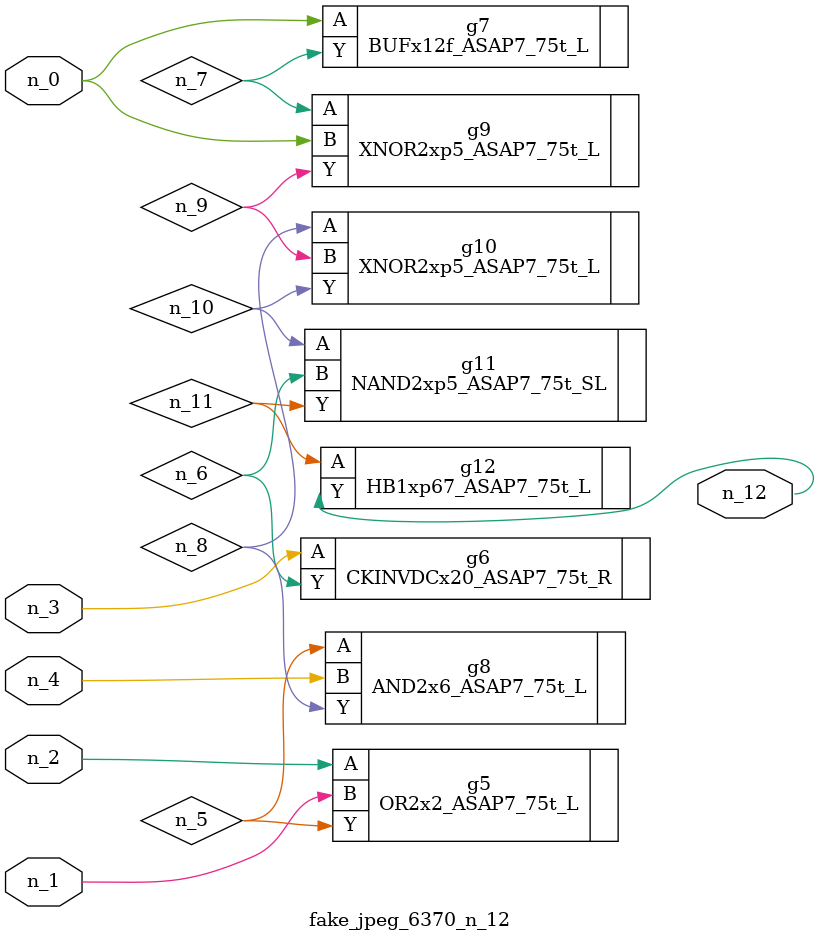
<source format=v>
module fake_jpeg_6370_n_12 (n_3, n_2, n_1, n_0, n_4, n_12);

input n_3;
input n_2;
input n_1;
input n_0;
input n_4;

output n_12;

wire n_11;
wire n_10;
wire n_8;
wire n_9;
wire n_6;
wire n_5;
wire n_7;

OR2x2_ASAP7_75t_L g5 ( 
.A(n_2),
.B(n_1),
.Y(n_5)
);

CKINVDCx20_ASAP7_75t_R g6 ( 
.A(n_3),
.Y(n_6)
);

BUFx12f_ASAP7_75t_L g7 ( 
.A(n_0),
.Y(n_7)
);

AND2x6_ASAP7_75t_L g8 ( 
.A(n_5),
.B(n_4),
.Y(n_8)
);

XNOR2xp5_ASAP7_75t_L g10 ( 
.A(n_8),
.B(n_9),
.Y(n_10)
);

XNOR2xp5_ASAP7_75t_L g9 ( 
.A(n_7),
.B(n_0),
.Y(n_9)
);

NAND2xp5_ASAP7_75t_SL g11 ( 
.A(n_10),
.B(n_6),
.Y(n_11)
);

HB1xp67_ASAP7_75t_L g12 ( 
.A(n_11),
.Y(n_12)
);


endmodule
</source>
